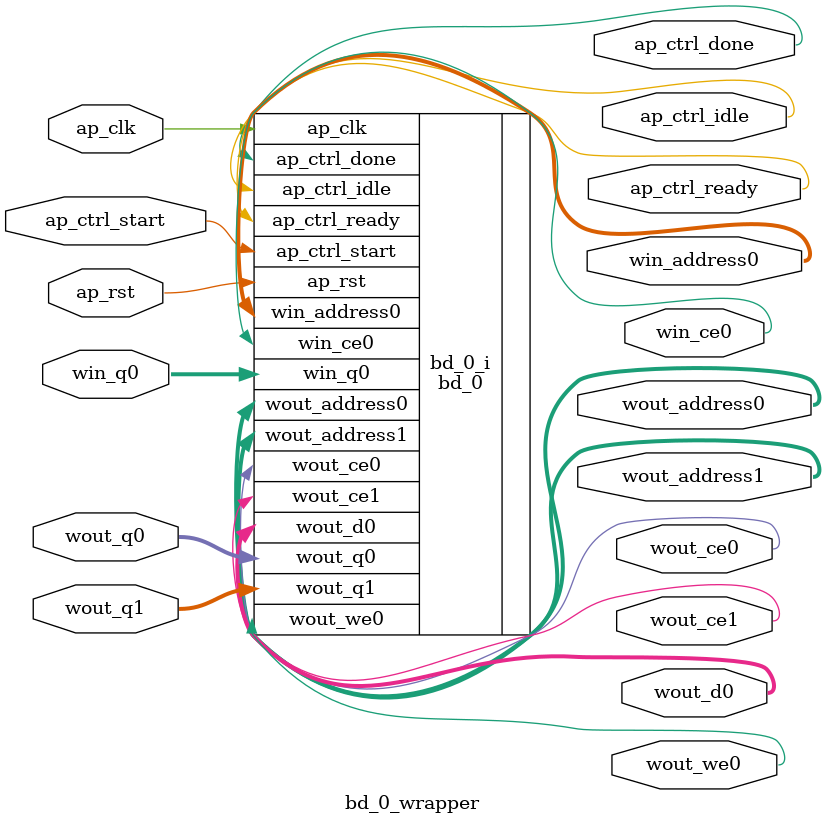
<source format=v>
`timescale 1 ps / 1 ps

module bd_0_wrapper
   (ap_clk,
    ap_ctrl_done,
    ap_ctrl_idle,
    ap_ctrl_ready,
    ap_ctrl_start,
    ap_rst,
    win_address0,
    win_ce0,
    win_q0,
    wout_address0,
    wout_address1,
    wout_ce0,
    wout_ce1,
    wout_d0,
    wout_q0,
    wout_q1,
    wout_we0);
  input ap_clk;
  output ap_ctrl_done;
  output ap_ctrl_idle;
  output ap_ctrl_ready;
  input ap_ctrl_start;
  input ap_rst;
  output [3:0]win_address0;
  output win_ce0;
  input [31:0]win_q0;
  output [5:0]wout_address0;
  output [5:0]wout_address1;
  output wout_ce0;
  output wout_ce1;
  output [31:0]wout_d0;
  input [31:0]wout_q0;
  input [31:0]wout_q1;
  output wout_we0;

  wire ap_clk;
  wire ap_ctrl_done;
  wire ap_ctrl_idle;
  wire ap_ctrl_ready;
  wire ap_ctrl_start;
  wire ap_rst;
  wire [3:0]win_address0;
  wire win_ce0;
  wire [31:0]win_q0;
  wire [5:0]wout_address0;
  wire [5:0]wout_address1;
  wire wout_ce0;
  wire wout_ce1;
  wire [31:0]wout_d0;
  wire [31:0]wout_q0;
  wire [31:0]wout_q1;
  wire wout_we0;

  bd_0 bd_0_i
       (.ap_clk(ap_clk),
        .ap_ctrl_done(ap_ctrl_done),
        .ap_ctrl_idle(ap_ctrl_idle),
        .ap_ctrl_ready(ap_ctrl_ready),
        .ap_ctrl_start(ap_ctrl_start),
        .ap_rst(ap_rst),
        .win_address0(win_address0),
        .win_ce0(win_ce0),
        .win_q0(win_q0),
        .wout_address0(wout_address0),
        .wout_address1(wout_address1),
        .wout_ce0(wout_ce0),
        .wout_ce1(wout_ce1),
        .wout_d0(wout_d0),
        .wout_q0(wout_q0),
        .wout_q1(wout_q1),
        .wout_we0(wout_we0));
endmodule

</source>
